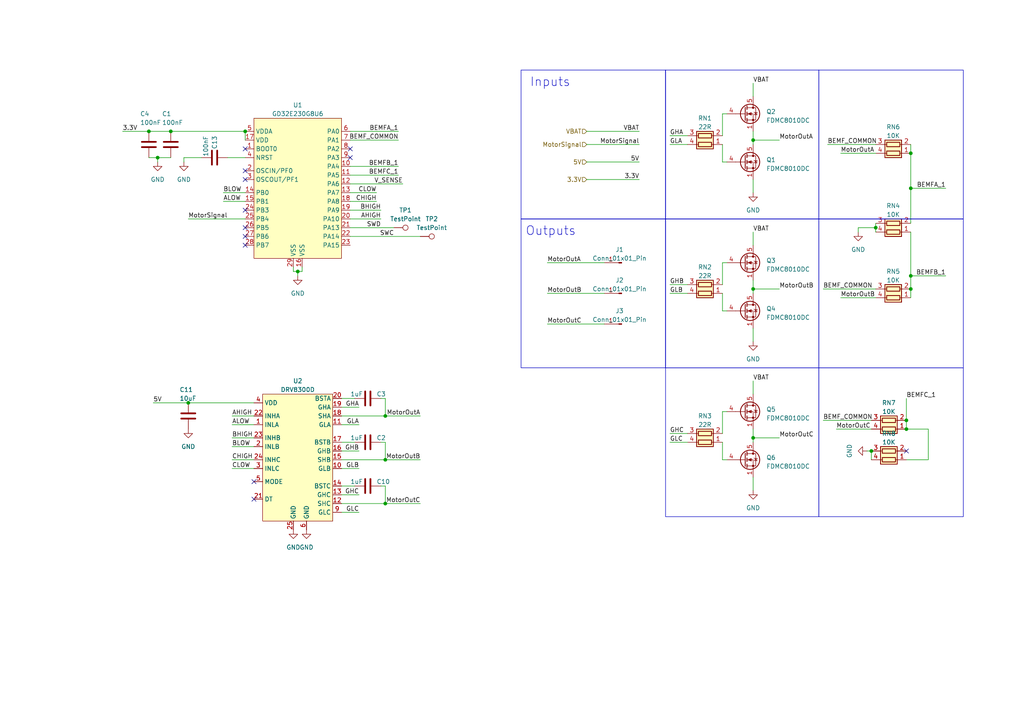
<source format=kicad_sch>
(kicad_sch (version 20230121) (generator eeschema)
  (paper "A4")
  (title_block (title "OpenHW_Findland_ESC") (date "24.05.2023") (rev "0.1"))
  (lib_symbols
    (symbol "Connector:Conn_01x01_Pin" (pin_names (offset 1.016) hide)
      (property "Reference" "J" (at 0 2.54 0))
      (property "Value" "Conn_01x01_Pin" (at 0 -2.54 0))
      (symbol "Conn_01x01_Pin_1_1"
        (polyline (pts (xy 1.27 0) (xy 0.8636 0)) (stroke (width 0.1524)))
        (rectangle (start 0.8636 0.127) (end 0 -0.127) (stroke (width 0.1524)) (fill (type outline)))
        (pin passive line (at 5.08 0 180) (length 3.81) (name "Pin_1") (number "1"))
      )
    )
    (symbol "Connector:TestPoint" (pin_numbers hide) (pin_names (offset 0.762) hide)
      (property "Reference" "TP" (at 0 6.858 0))
      (property "Value" "TestPoint" (at 0 5.08 0))
      (symbol "TestPoint_0_1"
        (circle (center 0 3.302) (radius 0.762))
      )
      (symbol "TestPoint_1_1"
        (pin passive line (at 0 0 90) (length 2.54) (name "1") (number "1"))
      )
    )
    (symbol "Device:C" (pin_numbers hide) (pin_names (offset 0.254))
      (property "Reference" "C" (at 0.635 2.54 0))
      (property "Value" "C" (at 0.635 -2.54 0))
      (symbol "C_0_1"
        (polyline (pts (xy -2.032 -0.762) (xy 2.032 -0.762)) (stroke (width 0.508)))
        (polyline (pts (xy -2.032 0.762) (xy 2.032 0.762)) (stroke (width 0.508)))
      )
      (symbol "C_1_1"
        (pin passive line (at 0 3.81 270) (length 2.794) (name "~") (number "1"))
        (pin passive line (at 0 -3.81 90) (length 2.794) (name "~") (number "2"))
      )
    )
    (symbol "Device:R_Pack02" (pin_names (offset 0) hide)
      (property "Reference" "RN" (at -5.08 0 90))
      (property "Value" "R_Pack02" (at 2.54 0 90))
      (symbol "R_Pack02_0_1"
        (rectangle (start -3.81 -2.413) (end 1.27 2.413) (stroke (width 0.254)) (fill (type background)))
        (rectangle (start -3.175 1.905) (end -1.905 -1.905) (stroke (width 0.254)))
        (rectangle (start -0.635 1.905) (end 0.635 -1.905) (stroke (width 0.254)))
        (polyline (pts (xy -2.54 -2.54) (xy -2.54 -1.905)))
        (polyline (pts (xy -2.54 1.905) (xy -2.54 2.54)))
        (polyline (pts (xy 0 -2.54) (xy 0 -1.905)))
        (polyline (pts (xy 0 1.905) (xy 0 2.54)))
      )
      (symbol "R_Pack02_1_1"
        (pin passive line (at -2.54 -5.08 90) (length 2.54) (name "R1.1") (number "1"))
        (pin passive line (at 0 -5.08 90) (length 2.54) (name "R2.1") (number "2"))
        (pin passive line (at 0 5.08 270) (length 2.54) (name "R2.2") (number "3"))
        (pin passive line (at -2.54 5.08 270) (length 2.54) (name "R1.2") (number "4"))
      )
    )
    (symbol "OpenHW:DRV8300D"
      (property "Reference" "U" (at 0 21.59 0))
      (property "Value" "DRV8300D" (at -12.7 0 0))
      (symbol "DRV8300D_0_0"
        (pin input line (at -12.7 7.62 0) (length 2.54) (name "INLA") (number "1"))
        (pin output line (at 12.7 -5.08 180) (length 2.54) (name "GLB") (number "10"))
        (pin output line (at 12.7 7.62 180) (length 2.54) (name "GLA") (number "11"))
        (pin input line (at 12.7 -15.24 180) (length 2.54) (name "SHC") (number "12"))
        (pin output line (at 12.7 -12.7 180) (length 2.54) (name "GHC") (number "13"))
        (pin output line (at 12.7 -10.16 180) (length 2.54) (name "BSTC") (number "14"))
        (pin input line (at 12.7 -2.54 180) (length 2.54) (name "SHB") (number "15"))
        (pin output line (at 12.7 0 180) (length 2.54) (name "GHB") (number "16"))
        (pin output line (at 12.7 2.54 180) (length 2.54) (name "BSTB") (number "17"))
        (pin input line (at 12.7 10.16 180) (length 2.54) (name "SHA") (number "18"))
        (pin free line (at 12.7 12.7 180) (length 2.54) (name "GHA") (number "19"))
        (pin input line (at -12.7 1.27 0) (length 2.54) (name "INLB") (number "2"))
        (pin output line (at 12.7 15.24 180) (length 2.54) (name "BSTA") (number "20"))
        (pin input line (at -12.7 -13.97 0) (length 2.54) (name "DT") (number "21"))
        (pin input line (at -12.7 10.16 0) (length 2.54) (name "INHA") (number "22"))
        (pin input line (at -12.7 3.81 0) (length 2.54) (name "INHB") (number "23"))
        (pin input line (at -12.7 -2.54 0) (length 2.54) (name "INHC") (number "24"))
        (pin power_in line (at -1.27 -22.86 90) (length 2.54) (name "GND") (number "25"))
        (pin input line (at -12.7 -5.08 0) (length 2.54) (name "INLC") (number "3"))
        (pin power_in line (at -12.7 13.97 0) (length 2.54) (name "VDD") (number "4"))
        (pin input line (at -12.7 -8.89 0) (length 2.54) (name "MODE") (number "5"))
        (pin power_in line (at 2.54 -22.86 90) (length 2.54) (name "GND") (number "6"))
        (pin output line (at 12.7 -17.78 180) (length 2.54) (name "GLC") (number "9"))
      )
      (symbol "DRV8300D_1_0"
        (pin no_connect line (at -1.27 2.54 90) (length 2.54) hide (name "NC") (number "7"))
        (pin no_connect line (at 1.27 2.54 90) (length 2.54) hide (name "NC") (number "8"))
      )
      (symbol "DRV8300D_1_1"
        (rectangle (start -10.16 16.51) (end 10.16 -20.32) (fill (type background)))
      )
    )
    (symbol "OpenHW:FDMC8010DC" (pin_names (offset 0) hide)
      (property "Reference" "Q" (at 5.08 1.27 0))
      (property "Value" "FDMC8010DC" (at 5.08 -1.27 0))
      (symbol "FDMC8010DC_0_1"
        (polyline (pts (xy 0.254 0) (xy -2.54 0)))
        (polyline (pts (xy 0.254 1.905) (xy 0.254 -1.905)) (stroke (width 0.254)))
        (polyline (pts (xy 0.762 -1.27) (xy 0.762 -2.286)) (stroke (width 0.254)))
        (polyline (pts (xy 0.762 0.508) (xy 0.762 -0.508)) (stroke (width 0.254)))
        (polyline (pts (xy 0.762 2.286) (xy 0.762 1.27)) (stroke (width 0.254)))
        (polyline (pts (xy 2.54 2.54) (xy 2.54 1.778)))
        (polyline (pts (xy 2.54 -2.54) (xy 2.54 0) (xy 0.762 0)))
        (polyline (pts (xy 0.762 -1.778) (xy 3.302 -1.778) (xy 3.302 1.778) (xy 0.762 1.778)))
        (polyline (pts (xy 1.016 0) (xy 2.032 0.381) (xy 2.032 -0.381) (xy 1.016 0)) (fill (type outline)))
        (polyline (pts (xy 2.794 0.508) (xy 2.921 0.381) (xy 3.683 0.381) (xy 3.81 0.254)))
        (polyline (pts (xy 3.302 0.381) (xy 2.921 -0.254) (xy 3.683 -0.254) (xy 3.302 0.381)))
        (circle (center 1.651 0) (radius 2.794) (stroke (width 0.254)))
        (circle (center 2.54 -1.778) (radius 0.254) (fill (type outline)))
        (circle (center 2.54 1.778) (radius 0.254) (fill (type outline)))
      )
      (symbol "FDMC8010DC_1_1"
        (pin passive line (at 2.54 -5.08 90) (length 2.54) (name "S") (number "1"))
        (pin passive line (at 2.54 -5.08 90) (length 2.54) hide (name "S") (number "2"))
        (pin passive line (at 2.54 -5.08 90) (length 2.54) hide (name "S") (number "3"))
        (pin input line (at -5.08 0 0) (length 2.54) (name "G") (number "4"))
        (pin passive line (at 2.54 5.08 270) (length 2.54) (name "D") (number "5"))
      )
    )
    (symbol "OpenHW:GD32E230G8U6"
      (property "Reference" "U" (at -21.59 16.51 0))
      (property "Value" "GD32E230G8U6" (at 0 24.13 0))
      (symbol "GD32E230G8U6_0_0"
        (pin power_in line (at -15.24 11.43 0) (length 2.54) (name "BOOT0") (number "1"))
        (pin bidirectional line (at 15.24 6.35 180) (length 2.54) (name "PA4") (number "10"))
        (pin bidirectional line (at 15.24 3.81 180) (length 2.54) (name "PA5") (number "11"))
        (pin bidirectional line (at 15.24 1.27 180) (length 2.54) (name "PA6") (number "12"))
        (pin bidirectional line (at 15.24 -1.27 180) (length 2.54) (name "PA7") (number "13"))
        (pin bidirectional line (at -15.24 -1.27 0) (length 2.54) (name "PB0") (number "14"))
        (pin bidirectional line (at -15.24 -3.81 0) (length 2.54) (name "PB1") (number "15"))
        (pin power_in line (at 1.27 -22.86 90) (length 2.54) (name "VSS") (number "16"))
        (pin power_in line (at -15.24 13.97 0) (length 2.54) (name "VDD") (number "17"))
        (pin bidirectional line (at 15.24 -3.81 180) (length 2.54) (name "PA8") (number "18"))
        (pin bidirectional line (at 15.24 -6.35 180) (length 2.54) (name "PA9") (number "19"))
        (pin bidirectional line (at -15.24 5.08 0) (length 2.54) (name "OSCIN/PF0") (number "2"))
        (pin bidirectional line (at 15.24 -8.89 180) (length 2.54) (name "PA10") (number "20"))
        (pin bidirectional line (at 15.24 -11.43 180) (length 2.54) (name "PA13") (number "21"))
        (pin bidirectional line (at 15.24 -13.97 180) (length 2.54) (name "PA14") (number "22"))
        (pin bidirectional line (at 15.24 -16.51 180) (length 2.54) (name "PA15") (number "23"))
        (pin bidirectional line (at -15.24 -6.35 0) (length 2.54) (name "PB3") (number "24"))
        (pin bidirectional line (at -15.24 -8.89 0) (length 2.54) (name "PB4") (number "25"))
        (pin bidirectional line (at -15.24 -11.43 0) (length 2.54) (name "PB5") (number "26"))
        (pin bidirectional line (at -15.24 -13.97 0) (length 2.54) (name "PB6") (number "27"))
        (pin bidirectional line (at -15.24 -16.51 0) (length 2.54) (name "PB7") (number "28"))
        (pin bidirectional line (at -1.27 -22.86 90) (length 2.54) (name "VSS") (number "29"))
        (pin bidirectional line (at -15.24 2.54 0) (length 2.54) (name "OSCOUT/PF1") (number "3"))
        (pin input line (at -15.24 8.89 0) (length 2.54) (name "NRST") (number "4"))
        (pin power_in line (at -15.24 16.51 0) (length 2.54) (name "VDDA") (number "5"))
        (pin bidirectional line (at 15.24 16.51 180) (length 2.54) (name "PA0") (number "6"))
        (pin bidirectional line (at 15.24 13.97 180) (length 2.54) (name "PA1") (number "7"))
        (pin bidirectional line (at 15.24 11.43 180) (length 2.54) (name "PA2") (number "8"))
        (pin bidirectional line (at 15.24 8.89 180) (length 2.54) (name "PA3") (number "9"))
      )
      (symbol "GD32E230G8U6_1_1"
        (rectangle (start -12.7 20.32) (end 12.7 -20.32) (fill (type background)))
      )
    )
    (symbol "power:GND" (power) (pin_names (offset 0))
      (property "Value" "GND" (at 0 -3.81 0))
      (symbol "GND_0_1"
        (polyline (pts (xy 0 0) (xy 0 -1.27) (xy 1.27 -1.27) (xy 0 -2.54) (xy -1.27 -1.27) (xy 0 -1.27)))
      )
      (symbol "GND_1_1"
        (pin power_in line (at 0 0 270) (length 0) hide (name "GND") (number "1"))
      )
    )
  )
  (junction (at 262.89 124.46))
  (junction (at 71.12 38.1))
  (junction (at 111.76 133.35))
  (junction (at 218.44 40.64))
  (junction (at 43.18 38.1))
  (junction (at 262.89 121.92))
  (junction (at 111.76 120.65))
  (junction (at 49.53 38.1))
  (junction (at 254 66.04))
  (junction (at 218.44 127))
  (junction (at 54.61 116.84))
  (junction (at 252.73 130.81))
  (junction (at 264.16 80.01))
  (junction (at 86.36 78.74))
  (junction (at 111.76 146.05))
  (junction (at 218.44 83.82))
  (junction (at 264.16 54.61))
  (junction (at 45.72 45.72))
  (junction (at 264.16 83.82))
  (junction (at 264.16 44.45))
  (no_connect (at 71.12 49.53))
  (no_connect (at 71.12 60.96))
  (no_connect (at 262.89 130.81))
  (no_connect (at 71.12 68.58))
  (no_connect (at 71.12 52.07))
  (no_connect (at 101.6 43.18))
  (no_connect (at 71.12 43.18))
  (no_connect (at 71.12 66.04))
  (no_connect (at 73.66 144.78))
  (no_connect (at 73.66 139.7))
  (no_connect (at 71.12 71.12))
  (no_connect (at 101.6 45.72))
  (wire (pts (xy 121.92 146.05) (xy 111.76 146.05)))
  (wire (pts (xy 218.44 24.13) (xy 218.44 27.94)))
  (wire (pts (xy 248.92 66.04) (xy 248.92 67.31)))
  (wire (pts (xy 264.16 80.01) (xy 264.16 83.82)))
  (wire (pts (xy 102.87 128.27) (xy 99.06 128.27)))
  (wire (pts (xy 254 66.04) (xy 254 64.77)))
  (wire (pts (xy 243.84 44.45) (xy 254 44.45)))
  (wire (pts (xy 110.49 128.27) (xy 111.76 128.27)))
  (wire (pts (xy 218.44 99.06) (xy 218.44 95.25)))
  (wire (pts (xy 252.73 130.81) (xy 251.46 130.81)))
  (wire (pts (xy 111.76 128.27) (xy 111.76 133.35)))
  (wire (pts (xy 101.6 55.88) (xy 109.22 55.88)))
  (wire (pts (xy 243.84 86.36) (xy 254 86.36)))
  (wire (pts (xy 218.44 83.82) (xy 218.44 85.09)))
  (wire (pts (xy 209.55 46.99) (xy 210.82 46.99)))
  (wire (pts (xy 86.36 78.74) (xy 85.09 78.74)))
  (wire (pts (xy 194.31 128.27) (xy 199.39 128.27)))
  (wire (pts (xy 242.57 124.46) (xy 252.73 124.46)))
  (wire (pts (xy 238.76 83.82) (xy 254 83.82)))
  (wire (pts (xy 170.18 41.91) (xy 185.42 41.91)))
  (wire (pts (xy 194.31 41.91) (xy 199.39 41.91)))
  (wire (pts (xy 53.34 45.72) (xy 58.42 45.72)))
  (wire (pts (xy 218.44 83.82) (xy 226.06 83.82)))
  (wire (pts (xy 218.44 55.88) (xy 218.44 52.07)))
  (wire (pts (xy 67.31 120.65) (xy 73.66 120.65)))
  (wire (pts (xy 101.6 58.42) (xy 109.22 58.42)))
  (wire (pts (xy 262.89 121.92) (xy 262.89 124.46)))
  (wire (pts (xy 218.44 38.1) (xy 218.44 40.64)))
  (wire (pts (xy 264.16 54.61) (xy 274.32 54.61)))
  (wire (pts (xy 209.55 33.02) (xy 210.82 33.02)))
  (wire (pts (xy 218.44 127) (xy 226.06 127)))
  (wire (pts (xy 218.44 124.46) (xy 218.44 127)))
  (wire (pts (xy 115.57 38.1) (xy 101.6 38.1)))
  (wire (pts (xy 111.76 115.57) (xy 111.76 120.65)))
  (wire (pts (xy 115.57 48.26) (xy 101.6 48.26)))
  (wire (pts (xy 110.49 140.97) (xy 111.76 140.97)))
  (wire (pts (xy 269.24 133.35) (xy 269.24 124.46)))
  (wire (pts (xy 101.6 53.34) (xy 116.84 53.34)))
  (wire (pts (xy 209.55 119.38) (xy 210.82 119.38)))
  (wire (pts (xy 264.16 67.31) (xy 264.16 80.01)))
  (wire (pts (xy 104.14 123.19) (xy 99.06 123.19)))
  (wire (pts (xy 194.31 85.09) (xy 199.39 85.09)))
  (wire (pts (xy 35.56 38.1) (xy 43.18 38.1)))
  (wire (pts (xy 67.31 135.89) (xy 73.66 135.89)))
  (wire (pts (xy 67.31 129.54) (xy 73.66 129.54)))
  (wire (pts (xy 67.31 133.35) (xy 73.66 133.35)))
  (wire (pts (xy 66.04 45.72) (xy 71.12 45.72)))
  (wire (pts (xy 248.92 66.04) (xy 254 66.04)))
  (wire (pts (xy 104.14 143.51) (xy 99.06 143.51)))
  (wire (pts (xy 209.55 128.27) (xy 209.55 133.35)))
  (wire (pts (xy 64.77 55.88) (xy 71.12 55.88)))
  (wire (pts (xy 218.44 67.31) (xy 218.44 71.12)))
  (wire (pts (xy 264.16 54.61) (xy 264.16 64.77)))
  (wire (pts (xy 43.18 45.72) (xy 45.72 45.72)))
  (wire (pts (xy 104.14 148.59) (xy 99.06 148.59)))
  (wire (pts (xy 194.31 82.55) (xy 199.39 82.55)))
  (wire (pts (xy 54.61 63.5) (xy 71.12 63.5)))
  (wire (pts (xy 209.55 76.2) (xy 210.82 76.2)))
  (wire (pts (xy 170.18 52.07) (xy 185.42 52.07)))
  (wire (pts (xy 264.16 44.45) (xy 264.16 54.61)))
  (wire (pts (xy 111.76 140.97) (xy 111.76 146.05)))
  (wire (pts (xy 158.75 93.98) (xy 175.26 93.98)))
  (wire (pts (xy 170.18 46.99) (xy 185.42 46.99)))
  (wire (pts (xy 102.87 140.97) (xy 99.06 140.97)))
  (wire (pts (xy 209.55 41.91) (xy 209.55 46.99)))
  (wire (pts (xy 209.55 133.35) (xy 210.82 133.35)))
  (wire (pts (xy 209.55 39.37) (xy 209.55 33.02)))
  (wire (pts (xy 238.76 121.92) (xy 252.73 121.92)))
  (wire (pts (xy 101.6 50.8) (xy 115.57 50.8)))
  (wire (pts (xy 67.31 127) (xy 73.66 127)))
  (wire (pts (xy 121.92 120.65) (xy 111.76 120.65)))
  (wire (pts (xy 209.55 125.73) (xy 209.55 119.38)))
  (wire (pts (xy 86.36 78.74) (xy 87.63 78.74)))
  (wire (pts (xy 101.6 66.04) (xy 114.3 66.04)))
  (wire (pts (xy 54.61 116.84) (xy 73.66 116.84)))
  (wire (pts (xy 101.6 68.58) (xy 121.92 68.58)))
  (wire (pts (xy 111.76 146.05) (xy 99.06 146.05)))
  (wire (pts (xy 102.87 115.57) (xy 99.06 115.57)))
  (wire (pts (xy 194.31 125.73) (xy 199.39 125.73)))
  (wire (pts (xy 254 66.04) (xy 254 67.31)))
  (wire (pts (xy 121.92 133.35) (xy 111.76 133.35)))
  (wire (pts (xy 158.75 76.2) (xy 175.26 76.2)))
  (wire (pts (xy 170.18 38.1) (xy 185.42 38.1)))
  (wire (pts (xy 218.44 127) (xy 218.44 128.27)))
  (wire (pts (xy 104.14 118.11) (xy 99.06 118.11)))
  (wire (pts (xy 262.89 133.35) (xy 269.24 133.35)))
  (wire (pts (xy 49.53 38.1) (xy 71.12 38.1)))
  (wire (pts (xy 240.03 41.91) (xy 254 41.91)))
  (wire (pts (xy 264.16 41.91) (xy 264.16 44.45)))
  (wire (pts (xy 209.55 82.55) (xy 209.55 76.2)))
  (wire (pts (xy 262.89 115.57) (xy 262.89 121.92)))
  (wire (pts (xy 104.14 130.81) (xy 99.06 130.81)))
  (wire (pts (xy 87.63 78.74) (xy 87.63 77.47)))
  (wire (pts (xy 218.44 40.64) (xy 226.06 40.64)))
  (wire (pts (xy 110.49 115.57) (xy 111.76 115.57)))
  (wire (pts (xy 252.73 130.81) (xy 252.73 133.35)))
  (wire (pts (xy 209.55 90.17) (xy 210.82 90.17)))
  (wire (pts (xy 209.55 85.09) (xy 209.55 90.17)))
  (wire (pts (xy 274.32 80.01) (xy 264.16 80.01)))
  (wire (pts (xy 85.09 78.74) (xy 85.09 77.47)))
  (wire (pts (xy 45.72 46.99) (xy 45.72 45.72)))
  (wire (pts (xy 110.49 60.96) (xy 101.6 60.96)))
  (wire (pts (xy 104.14 135.89) (xy 99.06 135.89)))
  (wire (pts (xy 218.44 40.64) (xy 218.44 41.91)))
  (wire (pts (xy 269.24 124.46) (xy 262.89 124.46)))
  (wire (pts (xy 111.76 120.65) (xy 99.06 120.65)))
  (wire (pts (xy 158.75 85.09) (xy 175.26 85.09)))
  (wire (pts (xy 53.34 46.99) (xy 53.34 45.72)))
  (wire (pts (xy 218.44 110.49) (xy 218.44 114.3)))
  (wire (pts (xy 67.31 123.19) (xy 73.66 123.19)))
  (wire (pts (xy 45.72 45.72) (xy 49.53 45.72)))
  (wire (pts (xy 218.44 142.24) (xy 218.44 138.43)))
  (wire (pts (xy 43.18 38.1) (xy 49.53 38.1)))
  (wire (pts (xy 194.31 39.37) (xy 199.39 39.37)))
  (wire (pts (xy 264.16 83.82) (xy 264.16 86.36)))
  (wire (pts (xy 71.12 38.1) (xy 71.12 40.64)))
  (wire (pts (xy 111.76 133.35) (xy 99.06 133.35)))
  (wire (pts (xy 44.45 116.84) (xy 54.61 116.84)))
  (wire (pts (xy 115.57 40.64) (xy 101.6 40.64)))
  (wire (pts (xy 86.36 78.74) (xy 86.36 80.01)))
  (wire (pts (xy 64.77 58.42) (xy 71.12 58.42)))
  (wire (pts (xy 110.49 63.5) (xy 101.6 63.5)))
  (wire (pts (xy 218.44 81.28) (xy 218.44 83.82)))
  (rectangle (start 237.49 106.68) (end 279.4 149.86))
  (rectangle (start 193.04 63.5) (end 237.49 106.68))
  (rectangle (start 237.49 63.5) (end 279.4 106.68))
  (rectangle (start 151.13 20.32) (end 193.04 63.5))
  (rectangle (start 193.04 106.68) (end 237.49 149.86))
  (rectangle (start 193.04 20.32) (end 237.49 63.5))
  (rectangle (start 151.13 63.5) (end 193.04 106.68))
  (rectangle (start 237.49 20.32) (end 279.4 63.5))
  (text "Outputs" (at 152.4 68.58 0) (effects (font (size 2.54 2.54)) (justify left bottom)))
  (text "Inputs" (at 153.67 25.4 0) (effects (font (size 2.54 2.54)) (justify left bottom)))
  (label "MotorOutA" (at 243.84 44.45 0))
  (label "BLOW" (at 67.31 129.54 0))
  (label "ALOW" (at 64.77 58.42 0))
  (label "CLOW" (at 109.22 55.88 180))
  (label "GLC" (at 194.31 128.27 0))
  (label "BEMF_COMMON" (at 238.76 83.82 0))
  (label "MotorSignal" (at 54.61 63.5 0))
  (label "MotorOutB" (at 158.75 85.09 0))
  (label "BEMFC_1" (at 115.57 50.8 180))
  (label "GHC" (at 194.31 125.73 0))
  (label "MotorOutA" (at 158.75 76.2 0))
  (label "BEMFA_1" (at 274.32 54.61 180))
  (label "MotorOutB" (at 243.84 86.36 0))
  (label "BEMF_COMMON" (at 240.03 41.91 0))
  (label "VBAT" (at 218.44 67.31 0))
  (label "MotorSignal" (at 185.42 41.91 180))
  (label "BEMF_COMMON" (at 238.76 121.92 0))
  (label "BEMF_COMMON" (at 115.57 40.64 180))
  (label "CHIGH" (at 109.22 58.42 180))
  (label "GLC" (at 104.14 148.59 180))
  (label "SWD" (at 110.49 66.04 180))
  (label "GLA" (at 194.31 41.91 0))
  (label "BLOW" (at 64.77 55.88 0))
  (label "MotorOutC" (at 158.75 93.98 0))
  (label "GHC" (at 104.14 143.51 180))
  (label "AHIGH" (at 110.49 63.5 180))
  (label "SWC" (at 114.3 68.58 180))
  (label "AHIGH" (at 67.31 120.65 0))
  (label "MotorOutB" (at 226.06 83.82 0))
  (label "MotorOutA" (at 121.92 120.65 180))
  (label "BEMFC_1" (at 262.89 115.57 0))
  (label "3.3V" (at 35.56 38.1 0))
  (label "VBAT" (at 218.44 24.13 0))
  (label "MotorOutB" (at 121.92 133.35 180))
  (label "GHB" (at 194.31 82.55 0))
  (label "GLB" (at 104.14 135.89 180))
  (label "MotorOutC" (at 226.06 127 0))
  (label "CLOW" (at 67.31 135.89 0))
  (label "MotorOutC" (at 121.92 146.05 180))
  (label "MotorOutC" (at 242.57 124.46 0))
  (label "GHA" (at 194.31 39.37 0))
  (label "BEMFB_1" (at 115.57 48.26 180))
  (label "V_SENSE" (at 116.84 53.34 180))
  (label "3.3V" (at 185.42 52.07 180))
  (label "VBAT" (at 218.44 110.49 0))
  (label "BEMFB_1" (at 274.32 80.01 180))
  (label "GLB" (at 194.31 85.09 0))
  (label "GHB" (at 104.14 130.81 180))
  (label "VBAT" (at 185.42 38.1 180))
  (label "BHIGH" (at 110.49 60.96 180))
  (label "BEMFA_1" (at 115.57 38.1 180))
  (label "ALOW" (at 67.31 123.19 0))
  (label "GLA" (at 104.14 123.19 180))
  (label "GHA" (at 104.14 118.11 180))
  (label "MotorOutA" (at 226.06 40.64 0))
  (label "CHIGH" (at 67.31 133.35 0))
  (label "5V" (at 44.45 116.84 0))
  (label "5V" (at 185.42 46.99 180))
  (label "BHIGH" (at 67.31 127 0))
  (hierarchical_label "5V" (shape input) (at 170.18 46.99 180))
  (hierarchical_label "3.3V" (shape input) (at 170.18 52.07 180))
  (hierarchical_label "MotorSignal" (shape input) (at 170.18 41.91 180))
  (hierarchical_label "VBAT" (shape input) (at 170.18 38.1 180))
  (symbol (lib_id "Device:C") (at 62.23 45.72 270) (unit 1)
    (property "Reference" "C13" (at 62.23 39.37 0) (effects (justify left)))
    (property "Value" "100nF" (at 59.69 39.37 0) (effects (justify left)))
    (property "Footprint" "Capacitor_SMD:C_0402_1005Metric" (effects hide))
    (instances (project "Slimmeri_GD32" (path "" (reference "C13") (unit 1)) (path "" (reference "C8") (unit 1)) (path "" (reference "C18") (unit 1)) (path "" (reference "C25") (unit 1))))
  )
  (symbol (lib_id "OpenHW:FDMC8010DC") (at 215.9 33.02 0) (unit 1)
    (property "Reference" "Q2" (at 222.25 32.385 0) (effects (justify left)))
    (property "Value" "FDMC8010DC" (at 222.25 34.925 0) (effects (justify left)))
    (property "Footprint" "OpenHW:TRANS_FDMC8010DC" (effects hide))
    (property "Datasheet" "https://datasheet.lcsc.com/lcsc/2005271103_onsemi-FDMC8010DC_C555489.pdf" (effects hide))
    (property "LCSC" "https://www.lcsc.com/product-detail/MOSFETs_onsemi-FDMC8010DC_C555489.html" (effects hide))
    (instances (project "Slimmeri_GD32" (path "" (reference "Q2") (unit 1)) (path "" (reference "Q7") (unit 1)) (path "" (reference "Q13") (unit 1)) (path "" (reference "Q19") (unit 1))))
  )
  (symbol (lib_id "Device:R_Pack02") (at 259.08 83.82 90) (unit 1)
    (property "Reference" "RN5" (at 259.08 78.74 90))
    (property "Value" "10K" (at 259.08 81.28 90))
    (property "Footprint" "OpenHW:R_Array_Slim_2x0402" (effects hide))
    (instances (project "Slimmeri_GD32" (path "" (reference "RN5") (unit 1)) (path "" (reference "RN16") (unit 1)) (path "" (reference "RN24") (unit 1)) (path "" (reference "RN32") (unit 1))))
  )
  (symbol (lib_id "power:GND") (at 251.46 130.81 270) (unit 1)
    (property "Reference" "#PWR01" (effects hide))
    (property "Value" "GND" (at 246.38 130.81 0))
    (instances (project "Slimmeri_GD32" (path "" (reference "#PWR01") (unit 1)) (path "" (reference "#PWR022") (unit 1)) (path "" (reference "#PWR033") (unit 1)) (path "" (reference "#PWR044") (unit 1))))
  )
  (symbol (lib_id "power:GND") (at 248.92 67.31 0) (unit 1)
    (property "Reference" "#PWR02" (effects hide))
    (property "Value" "GND" (at 248.92 72.39 0))
    (instances (project "Slimmeri_GD32" (path "" (reference "#PWR02") (unit 1)) (path "" (reference "#PWR021") (unit 1)) (path "" (reference "#PWR032") (unit 1)) (path "" (reference "#PWR043") (unit 1))))
  )
  (symbol (lib_id "Device:R_Pack02") (at 259.08 41.91 90) (unit 1)
    (property "Reference" "RN6" (at 259.08 36.83 90))
    (property "Value" "10K" (at 259.08 39.37 90))
    (property "Footprint" "OpenHW:R_Array_Slim_2x0402" (effects hide))
    (instances (project "Slimmeri_GD32" (path "" (reference "RN6") (unit 1)) (path "" (reference "RN14") (unit 1)) (path "" (reference "RN22") (unit 1)) (path "" (reference "RN30") (unit 1))))
  )
  (symbol (lib_id "Connector:TestPoint") (at 121.92 68.58 270) (mirror x) (unit 1)
    (property "Reference" "TP2" (at 125.222 63.5 90))
    (property "Value" "TestPoint" (at 125.222 66.04 90))
    (property "Footprint" "OpenHW:TestPoint_Pad_D1.0mm" (effects hide))
    (instances (project "Slimmeri_GD32" (path "" (reference "TP2") (unit 1)) (path "" (reference "TP4") (unit 1)) (path "" (reference "TP6") (unit 1)) (path "" (reference "TP8") (unit 1))))
  )
  (symbol (lib_id "power:GND") (at 85.09 153.67 0) (unit 1)
    (property "Reference" "#PWR05" (effects hide))
    (property "Value" "GND" (at 85.09 158.75 0))
    (instances (project "Slimmeri_GD32" (path "" (reference "#PWR05") (unit 1)) (path "" (reference "#PWR011") (unit 1)) (path "" (reference "#PWR026") (unit 1)) (path "" (reference "#PWR037") (unit 1))))
  )
  (symbol (lib_id "OpenHW:FDMC8010DC") (at 215.9 133.35 0) (unit 1)
    (property "Reference" "Q6" (at 222.25 132.715 0) (effects (justify left)))
    (property "Value" "FDMC8010DC" (at 222.25 135.255 0) (effects (justify left)))
    (property "Footprint" "OpenHW:TRANS_FDMC8010DC" (effects hide))
    (property "Datasheet" "https://datasheet.lcsc.com/lcsc/2005271103_onsemi-FDMC8010DC_C555489.pdf" (effects hide))
    (property "LCSC" "https://www.lcsc.com/product-detail/MOSFETs_onsemi-FDMC8010DC_C555489.html" (effects hide))
    (instances (project "Slimmeri_GD32" (path "" (reference "Q6") (unit 1)) (path "" (reference "Q12") (unit 1)) (path "" (reference "Q18") (unit 1)) (path "" (reference "Q24") (unit 1))))
  )
  (symbol (lib_id "OpenHW:DRV8300D") (at 86.36 130.81 0) (unit 1)
    (property "Reference" "U2" (at 86.36 110.49 0))
    (property "Value" "DRV8300D" (at 86.36 113.03 0))
    (property "Footprint" "OpenHW:QFN-24-1EP_4x4mm_P0.5mm_EP2.6x2.6mm" (effects hide))
    (property "Datasheet" "https://www.ti.com/lit/ds/symlink/drv8300.pdf" (effects hide))
    (property "LCSC" "https://www.lcsc.com/product-detail/Gate-Drive-ICs_Texas-Instruments-DRV8300DRGER_C3655801.html" (effects hide))
    (instances (project "Slimmeri_GD32" (path "" (reference "U2") (unit 1)) (path "" (reference "U4") (unit 1)) (path "" (reference "U6") (unit 1)) (path "" (reference "U8") (unit 1))))
  )
  (symbol (lib_id "Device:C") (at 54.61 120.65 0) (unit 1)
    (property "Reference" "C11" (at 52.07 113.03 0) (effects (justify left)))
    (property "Value" "10uF" (at 52.07 115.57 0) (effects (justify left)))
    (property "Footprint" "Capacitor_SMD:C_0603_1608Metric" (effects hide))
    (instances (project "Slimmeri_GD32" (path "" (reference "C11") (unit 1)) (path "" (reference "C7") (unit 1)) (path "" (reference "C17") (unit 1)) (path "" (reference "C24") (unit 1))))
  )
  (symbol (lib_id "Device:C") (at 106.68 128.27 270) (unit 1)
    (property "Reference" "C2" (at 109.22 127 90) (effects (justify left)))
    (property "Value" "1uF" (at 101.6 127 90) (effects (justify left)))
    (property "Footprint" "Capacitor_SMD:C_0603_1608Metric" (effects hide))
    (instances (project "Slimmeri_GD32" (path "" (reference "C2") (unit 1)) (path "" (reference "C12") (unit 1)) (path "" (reference "C20") (unit 1)) (path "" (reference "C27") (unit 1))))
  )
  (symbol (lib_id "Device:C") (at 49.53 41.91 0) (unit 1)
    (property "Reference" "C1" (at 46.99 33.02 0) (effects (justify left)))
    (property "Value" "100nF" (at 46.99 35.56 0) (effects (justify left)))
    (property "Footprint" "Capacitor_SMD:C_0402_1005Metric" (effects hide))
    (instances (project "Slimmeri_GD32" (path "" (reference "C1") (unit 1)) (path "" (reference "C6") (unit 1)) (path "" (reference "C16") (unit 1)) (path "" (reference "C23") (unit 1))))
  )
  (symbol (lib_id "power:GND") (at 86.36 80.01 0) (unit 1)
    (property "Reference" "#PWR018" (effects hide))
    (property "Value" "GND" (at 86.36 85.09 0))
    (instances (project "Slimmeri_GD32" (path "" (reference "#PWR018") (unit 1)) (path "" (reference "#PWR012") (unit 1)) (path "" (reference "#PWR027") (unit 1)) (path "" (reference "#PWR038") (unit 1))))
  )
  (symbol (lib_id "Device:R_Pack02") (at 257.81 130.81 90) (unit 1)
    (property "Reference" "RN8" (at 257.81 125.73 90))
    (property "Value" "10K" (at 257.81 128.27 90))
    (property "Footprint" "OpenHW:R_Array_Slim_2x0402" (effects hide))
    (instances (project "Slimmeri_GD32" (path "" (reference "RN8") (unit 1)) (path "" (reference "RN13") (unit 1)) (path "" (reference "RN21") (unit 1)) (path "" (reference "RN29") (unit 1))))
  )
  (symbol (lib_id "OpenHW:FDMC8010DC") (at 215.9 90.17 0) (unit 1)
    (property "Reference" "Q4" (at 222.25 89.535 0) (effects (justify left)))
    (property "Value" "FDMC8010DC" (at 222.25 92.075 0) (effects (justify left)))
    (property "Footprint" "OpenHW:TRANS_FDMC8010DC" (effects hide))
    (property "Datasheet" "https://datasheet.lcsc.com/lcsc/2005271103_onsemi-FDMC8010DC_C555489.pdf" (effects hide))
    (property "LCSC" "https://www.lcsc.com/product-detail/MOSFETs_onsemi-FDMC8010DC_C555489.html" (effects hide))
    (instances (project "Slimmeri_GD32" (path "" (reference "Q4") (unit 1)) (path "" (reference "Q10") (unit 1)) (path "" (reference "Q16") (unit 1)) (path "" (reference "Q22") (unit 1))))
  )
  (symbol (lib_id "power:GND") (at 218.44 99.06 0) (unit 1)
    (property "Reference" "#PWR08" (effects hide))
    (property "Value" "GND" (at 218.44 104.14 0))
    (instances (project "Slimmeri_GD32" (path "" (reference "#PWR08") (unit 1)) (path "" (reference "#PWR015") (unit 1)) (path "" (reference "#PWR030") (unit 1)) (path "" (reference "#PWR041") (unit 1))))
  )
  (symbol (lib_id "Connector:Conn_01x01_Pin") (at 180.34 85.09 180) (unit 1)
    (property "Reference" "J2" (at 179.705 81.28 0))
    (property "Value" "Conn_01x01_Pin" (at 179.705 83.82 0))
    (property "Footprint" "OpenHW:MotorPad" (effects hide))
    (instances (project "Slimmeri_GD32" (path "" (reference "J2") (unit 1)) (path "" (reference "J5") (unit 1)) (path "" (reference "J8") (unit 1)) (path "" (reference "J11") (unit 1))))
  )
  (symbol (lib_id "power:GND") (at 54.61 124.46 0) (unit 1)
    (property "Reference" "#PWR016" (effects hide))
    (property "Value" "GND" (at 54.61 129.54 0))
    (instances (project "Slimmeri_GD32" (path "" (reference "#PWR016") (unit 1)) (path "" (reference "#PWR010") (unit 1)) (path "" (reference "#PWR025") (unit 1)) (path "" (reference "#PWR036") (unit 1))))
  )
  (symbol (lib_id "power:GND") (at 53.34 46.99 0) (unit 1)
    (property "Reference" "#PWR019" (effects hide))
    (property "Value" "GND" (at 53.34 52.07 0))
    (instances (project "Slimmeri_GD32" (path "" (reference "#PWR019") (unit 1)) (path "" (reference "#PWR06") (unit 1)) (path "" (reference "#PWR024") (unit 1)) (path "" (reference "#PWR035") (unit 1))))
  )
  (symbol (lib_id "OpenHW:FDMC8010DC") (at 215.9 46.99 0) (unit 1)
    (property "Reference" "Q1" (at 222.25 46.355 0) (effects (justify left)))
    (property "Value" "FDMC8010DC" (at 222.25 48.895 0) (effects (justify left)))
    (property "Footprint" "OpenHW:TRANS_FDMC8010DC" (effects hide))
    (property "Datasheet" "https://datasheet.lcsc.com/lcsc/2005271103_onsemi-FDMC8010DC_C555489.pdf" (effects hide))
    (property "LCSC" "https://www.lcsc.com/product-detail/MOSFETs_onsemi-FDMC8010DC_C555489.html" (effects hide))
    (instances (project "Slimmeri_GD32" (path "" (reference "Q1") (unit 1)) (path "" (reference "Q8") (unit 1)) (path "" (reference "Q14") (unit 1)) (path "" (reference "Q20") (unit 1))))
  )
  (symbol (lib_id "Device:R_Pack02") (at 204.47 39.37 90) (unit 1)
    (property "Reference" "RN1" (at 204.47 34.29 90))
    (property "Value" "22R" (at 204.47 36.83 90))
    (property "Footprint" "OpenHW:R_Array_Slim_2x0402" (effects hide))
    (instances (project "Slimmeri_GD32" (path "" (reference "RN1") (unit 1)) (path "" (reference "RN9") (unit 1)) (path "" (reference "RN17") (unit 1)) (path "" (reference "RN25") (unit 1))))
  )
  (symbol (lib_id "OpenHW:FDMC8010DC") (at 215.9 119.38 0) (unit 1)
    (property "Reference" "Q5" (at 222.25 118.745 0) (effects (justify left)))
    (property "Value" "FDMC8010DC" (at 222.25 121.285 0) (effects (justify left)))
    (property "Footprint" "OpenHW:TRANS_FDMC8010DC" (effects hide))
    (property "Datasheet" "https://datasheet.lcsc.com/lcsc/2005271103_onsemi-FDMC8010DC_C555489.pdf" (effects hide))
    (property "LCSC" "https://www.lcsc.com/product-detail/MOSFETs_onsemi-FDMC8010DC_C555489.html" (effects hide))
    (instances (project "Slimmeri_GD32" (path "" (reference "Q5") (unit 1)) (path "" (reference "Q11") (unit 1)) (path "" (reference "Q17") (unit 1)) (path "" (reference "Q23") (unit 1))))
  )
  (symbol (lib_id "Device:R_Pack02") (at 204.47 125.73 90) (unit 1)
    (property "Reference" "RN3" (at 204.47 120.65 90))
    (property "Value" "22R" (at 204.47 123.19 90))
    (property "Footprint" "OpenHW:R_Array_Slim_2x0402" (effects hide))
    (instances (project "Slimmeri_GD32" (path "" (reference "RN3") (unit 1)) (path "" (reference "RN11") (unit 1)) (path "" (reference "RN19") (unit 1)) (path "" (reference "RN27") (unit 1))))
  )
  (symbol (lib_id "Connector:Conn_01x01_Pin") (at 180.34 93.98 180) (unit 1)
    (property "Reference" "J3" (at 179.705 90.17 0))
    (property "Value" "Conn_01x01_Pin" (at 179.705 92.71 0))
    (property "Footprint" "OpenHW:MotorPad" (effects hide))
    (instances (project "Slimmeri_GD32" (path "" (reference "J3") (unit 1)) (path "" (reference "J6") (unit 1)) (path "" (reference "J9") (unit 1)) (path "" (reference "J12") (unit 1))))
  )
  (symbol (lib_id "OpenHW:GD32E230G8U6") (at 86.36 54.61 0) (unit 1)
    (property "Reference" "U1" (at 86.36 30.48 0))
    (property "Value" "GD32E230G8U6" (at 86.36 33.02 0))
    (property "Footprint" "OpenHW:QFN-28-1EP_4x4mm_P0.4mm_EP2.6x2.6mm" (effects hide))
    (property "Datasheet" "https://datasheet.lcsc.com/lcsc/1912111437_GigaDevice-Semicon-Beijing-GD32E230K8U6_C380536.pdf" (effects hide))
    (property "LCSC" "https://www.lcsc.com/product-detail/Microcontroller-Units-MCUs-MPUs-SOCs_GigaDevice-Semicon-Beijing-GD32E230G8U6TR_C380534.html" (effects hide))
    (instances (project "Slimmeri_GD32" (path "" (reference "U1") (unit 1)) (path "" (reference "U3") (unit 1)) (path "" (reference "U5") (unit 1)) (path "" (reference "U7") (unit 1))))
  )
  (symbol (lib_id "power:GND") (at 88.9 153.67 0) (unit 1)
    (property "Reference" "#PWR03" (effects hide))
    (property "Value" "GND" (at 88.9 158.75 0))
    (instances (project "Slimmeri_GD32" (path "" (reference "#PWR03") (unit 1)) (path "" (reference "#PWR013") (unit 1)) (path "" (reference "#PWR028") (unit 1)) (path "" (reference "#PWR039") (unit 1))))
  )
  (symbol (lib_id "Device:C") (at 106.68 140.97 270) (unit 1)
    (property "Reference" "C10" (at 109.22 139.7 90) (effects (justify left)))
    (property "Value" "1uF" (at 101.6 139.7 90) (effects (justify left)))
    (property "Footprint" "Capacitor_SMD:C_0603_1608Metric" (effects hide))
    (instances (project "Slimmeri_GD32" (path "" (reference "C10") (unit 1)) (path "" (reference "C14") (unit 1)) (path "" (reference "C21") (unit 1)) (path "" (reference "C28") (unit 1))))
  )
  (symbol (lib_id "power:GND") (at 218.44 55.88 0) (unit 1)
    (property "Reference" "#PWR07" (effects hide))
    (property "Value" "GND" (at 218.44 60.96 0))
    (instances (project "Slimmeri_GD32" (path "" (reference "#PWR07") (unit 1)) (path "" (reference "#PWR014") (unit 1)) (path "" (reference "#PWR029") (unit 1)) (path "" (reference "#PWR040") (unit 1))))
  )
  (symbol (lib_id "Device:C") (at 43.18 41.91 0) (unit 1)
    (property "Reference" "C4" (at 40.64 33.02 0) (effects (justify left)))
    (property "Value" "100nF" (at 40.64 35.56 0) (effects (justify left)))
    (property "Footprint" "Capacitor_SMD:C_0402_1005Metric" (effects hide))
    (instances (project "Slimmeri_GD32" (path "" (reference "C4") (unit 1)) (path "" (reference "C5") (unit 1)) (path "" (reference "C15") (unit 1)) (path "" (reference "C22") (unit 1))))
  )
  (symbol (lib_id "Device:C") (at 106.68 115.57 270) (unit 1)
    (property "Reference" "C3" (at 109.22 114.3 90) (effects (justify left)))
    (property "Value" "1uF" (at 101.6 114.3 90) (effects (justify left)))
    (property "Footprint" "Capacitor_SMD:C_0603_1608Metric" (effects hide))
    (instances (project "Slimmeri_GD32" (path "" (reference "C3") (unit 1)) (path "" (reference "C9") (unit 1)) (path "" (reference "C19") (unit 1)) (path "" (reference "C26") (unit 1))))
  )
  (symbol (lib_id "Device:R_Pack02") (at 204.47 82.55 90) (unit 1)
    (property "Reference" "RN2" (at 204.47 77.47 90))
    (property "Value" "22R" (at 204.47 80.01 90))
    (property "Footprint" "OpenHW:R_Array_Slim_2x0402" (effects hide))
    (instances (project "Slimmeri_GD32" (path "" (reference "RN2") (unit 1)) (path "" (reference "RN10") (unit 1)) (path "" (reference "RN18") (unit 1)) (path "" (reference "RN26") (unit 1))))
  )
  (symbol (lib_id "Connector:TestPoint") (at 114.3 66.04 270) (mirror x) (unit 1)
    (property "Reference" "TP1" (at 117.602 60.96 90))
    (property "Value" "TestPoint" (at 117.602 63.5 90))
    (property "Footprint" "OpenHW:TestPoint_Pad_D1.0mm" (effects hide))
    (instances (project "Slimmeri_GD32" (path "" (reference "TP1") (unit 1)) (path "" (reference "TP3") (unit 1)) (path "" (reference "TP5") (unit 1)) (path "" (reference "TP7") (unit 1))))
  )
  (symbol (lib_id "Device:R_Pack02") (at 257.81 121.92 90) (unit 1)
    (property "Reference" "RN7" (at 257.81 116.84 90))
    (property "Value" "10K" (at 257.81 119.38 90))
    (property "Footprint" "OpenHW:R_Array_Slim_2x0402" (effects hide))
    (instances (project "Slimmeri_GD32" (path "" (reference "RN7") (unit 1)) (path "" (reference "RN12") (unit 1)) (path "" (reference "RN20") (unit 1)) (path "" (reference "RN28") (unit 1))))
  )
  (symbol (lib_id "Device:R_Pack02") (at 259.08 64.77 90) (unit 1)
    (property "Reference" "RN4" (at 259.08 59.69 90))
    (property "Value" "10K" (at 259.08 62.23 90))
    (property "Footprint" "OpenHW:R_Array_Slim_2x0402" (effects hide))
    (instances (project "Slimmeri_GD32" (path "" (reference "RN4") (unit 1)) (path "" (reference "RN15") (unit 1)) (path "" (reference "RN23") (unit 1)) (path "" (reference "RN31") (unit 1))))
  )
  (symbol (lib_id "OpenHW:FDMC8010DC") (at 215.9 76.2 0) (unit 1)
    (property "Reference" "Q3" (at 222.25 75.565 0) (effects (justify left)))
    (property "Value" "FDMC8010DC" (at 222.25 78.105 0) (effects (justify left)))
    (property "Footprint" "OpenHW:TRANS_FDMC8010DC" (effects hide))
    (property "Datasheet" "https://datasheet.lcsc.com/lcsc/2005271103_onsemi-FDMC8010DC_C555489.pdf" (effects hide))
    (property "LCSC" "https://www.lcsc.com/product-detail/MOSFETs_onsemi-FDMC8010DC_C555489.html" (effects hide))
    (instances (project "Slimmeri_GD32" (path "" (reference "Q3") (unit 1)) (path "" (reference "Q9") (unit 1)) (path "" (reference "Q15") (unit 1)) (path "" (reference "Q21") (unit 1))))
  )
  (symbol (lib_id "Connector:Conn_01x01_Pin") (at 180.34 76.2 180) (unit 1)
    (property "Reference" "J1" (at 179.705 72.39 0))
    (property "Value" "Conn_01x01_Pin" (at 179.705 74.93 0))
    (property "Footprint" "OpenHW:MotorPad" (effects hide))
    (instances (project "Slimmeri_GD32" (path "" (reference "J1") (unit 1)) (path "" (reference "J4") (unit 1)) (path "" (reference "J7") (unit 1)) (path "" (reference "J10") (unit 1))))
  )
  (symbol (lib_id "power:GND") (at 218.44 142.24 0) (unit 1)
    (property "Reference" "#PWR09" (effects hide))
    (property "Value" "GND" (at 218.44 147.32 0))
    (instances (project "Slimmeri_GD32" (path "" (reference "#PWR09") (unit 1)) (path "" (reference "#PWR020") (unit 1)) (path "" (reference "#PWR031") (unit 1)) (path "" (reference "#PWR042") (unit 1))))
  )
  (symbol (lib_id "power:GND") (at 45.72 46.99 0) (unit 1)
    (property "Reference" "#PWR017" (effects hide))
    (property "Value" "GND" (at 45.72 52.07 0))
    (instances (project "Slimmeri_GD32" (path "" (reference "#PWR017") (unit 1)) (path "" (reference "#PWR04") (unit 1)) (path "" (reference "#PWR023") (unit 1)) (path "" (reference "#PWR034") (unit 1))))
  )
)
</source>
